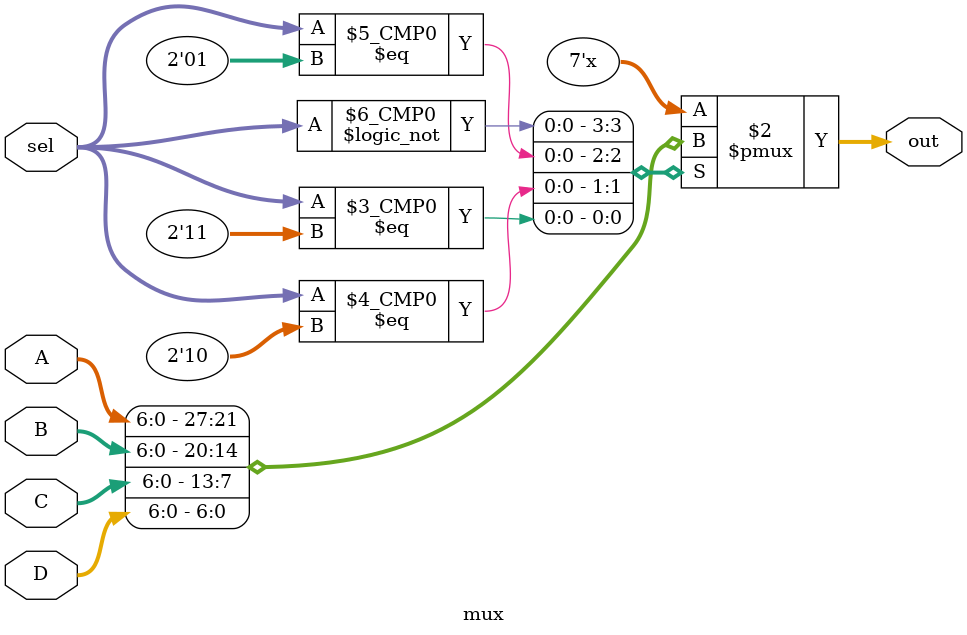
<source format=sv>
`timescale 1ns / 1ps

module mux(
    input logic [1:0] sel,
    input logic [6:0] A,B,C,D,
    output logic [6:0] out
    );
    
    always_comb begin 
        case (sel)
            2'b00: out = A;
            2'b01: out = B;
            2'b10: out = C;
            2'b11: out = D;
        endcase
    end
endmodule

</source>
